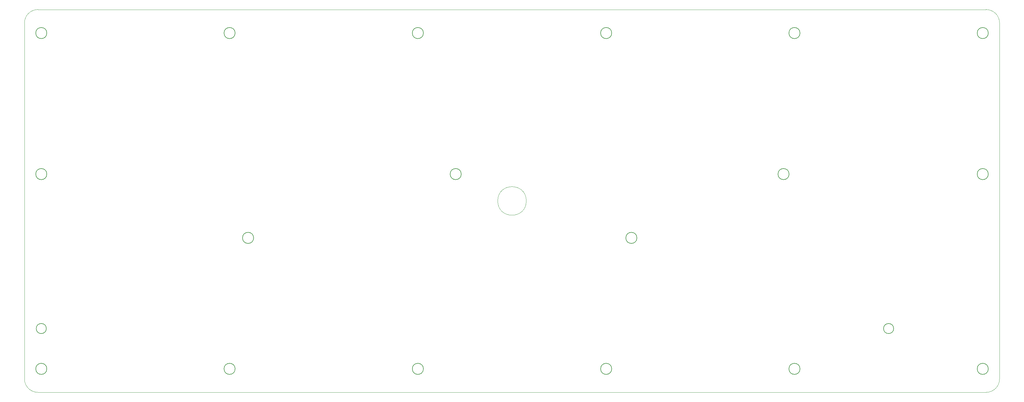
<source format=gm1>
G04 #@! TF.GenerationSoftware,KiCad,Pcbnew,(5.1.10)-1*
G04 #@! TF.CreationDate,2021-10-26T21:43:45-04:00*
G04 #@! TF.ProjectId,CoCo3SwitchBoard,436f436f-3353-4776-9974-6368426f6172,1.0*
G04 #@! TF.SameCoordinates,Original*
G04 #@! TF.FileFunction,Profile,NP*
%FSLAX46Y46*%
G04 Gerber Fmt 4.6, Leading zero omitted, Abs format (unit mm)*
G04 Created by KiCad (PCBNEW (5.1.10)-1) date 2021-10-26 21:43:45*
%MOMM*%
%LPD*%
G01*
G04 APERTURE LIST*
G04 #@! TA.AperFunction,Profile*
%ADD10C,0.050000*%
G04 #@! TD*
G04 #@! TA.AperFunction,Profile*
%ADD11C,0.150000*%
G04 #@! TD*
G04 APERTURE END LIST*
D10*
X144250000Y50000000D02*
G75*
G03*
X144250000Y50000000I-4250000J0D01*
G01*
X-5000000Y103000000D02*
G75*
G02*
X-1000000Y107000000I4000000J0D01*
G01*
X281000000Y107000000D02*
G75*
G02*
X285000000Y103000000I0J-4000000D01*
G01*
X-1000000Y107000000D02*
X281000000Y107000000D01*
X-1000000Y-7000000D02*
G75*
G02*
X-5000000Y-3000000I0J4000000D01*
G01*
X285000000Y-3000000D02*
G75*
G02*
X281000000Y-7000000I-4000000J0D01*
G01*
X-1000000Y-7000000D02*
X281000000Y-7000000D01*
X281000000Y-7000000D02*
X281000000Y-7000000D01*
D11*
X253500000Y12000000D02*
G75*
G03*
X253500000Y12000000I-1500000J0D01*
G01*
X63150000Y39000000D02*
G75*
G03*
X63150000Y39000000I-1650000J0D01*
G01*
X177150000Y39000000D02*
G75*
G03*
X177150000Y39000000I-1650000J0D01*
G01*
X124900000Y58000000D02*
G75*
G03*
X124900000Y58000000I-1650000J0D01*
G01*
X222400000Y58000000D02*
G75*
G03*
X222400000Y58000000I-1650000J0D01*
G01*
X169650000Y100000000D02*
G75*
G03*
X169650000Y100000000I-1650000J0D01*
G01*
X225650000Y100000000D02*
G75*
G03*
X225650000Y100000000I-1650000J0D01*
G01*
X281650000Y100000000D02*
G75*
G03*
X281650000Y100000000I-1650000J0D01*
G01*
X281650000Y58000000D02*
G75*
G03*
X281650000Y58000000I-1650000J0D01*
G01*
X281650000Y0D02*
G75*
G03*
X281650000Y0I-1650000J0D01*
G01*
X225650000Y0D02*
G75*
G03*
X225650000Y0I-1650000J0D01*
G01*
X169650000Y0D02*
G75*
G03*
X169650000Y0I-1650000J0D01*
G01*
X113650000Y0D02*
G75*
G03*
X113650000Y0I-1650000J0D01*
G01*
X57650000Y0D02*
G75*
G03*
X57650000Y0I-1650000J0D01*
G01*
X113650000Y100000000D02*
G75*
G03*
X113650000Y100000000I-1650000J0D01*
G01*
X57650000Y100000000D02*
G75*
G03*
X57650000Y100000000I-1650000J0D01*
G01*
X1650000Y100000000D02*
G75*
G03*
X1650000Y100000000I-1650000J0D01*
G01*
X1650000Y58000000D02*
G75*
G03*
X1650000Y58000000I-1650000J0D01*
G01*
X1650000Y0D02*
G75*
G03*
X1650000Y0I-1650000J0D01*
G01*
X1500000Y12000000D02*
G75*
G03*
X1500000Y12000000I-1500000J0D01*
G01*
D10*
X285000000Y-3000000D02*
X285000000Y103000000D01*
X-5000000Y103000000D02*
X-5000000Y-3000000D01*
M02*

</source>
